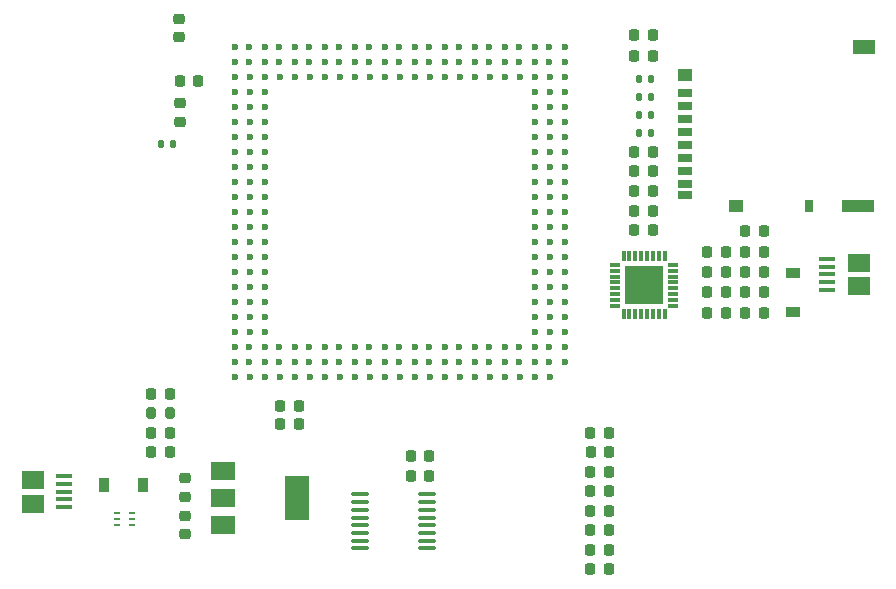
<source format=gbr>
%TF.GenerationSoftware,KiCad,Pcbnew,(6.0.9)*%
%TF.CreationDate,2023-03-02T15:05:35+09:00*%
%TF.ProjectId,mosaicBoard,6d6f7361-6963-4426-9f61-72642e6b6963,rev?*%
%TF.SameCoordinates,PX72eaf20PY14fb180*%
%TF.FileFunction,Paste,Top*%
%TF.FilePolarity,Positive*%
%FSLAX46Y46*%
G04 Gerber Fmt 4.6, Leading zero omitted, Abs format (unit mm)*
G04 Created by KiCad (PCBNEW (6.0.9)) date 2023-03-02 15:05:35*
%MOMM*%
%LPD*%
G01*
G04 APERTURE LIST*
G04 Aperture macros list*
%AMRoundRect*
0 Rectangle with rounded corners*
0 $1 Rounding radius*
0 $2 $3 $4 $5 $6 $7 $8 $9 X,Y pos of 4 corners*
0 Add a 4 corners polygon primitive as box body*
4,1,4,$2,$3,$4,$5,$6,$7,$8,$9,$2,$3,0*
0 Add four circle primitives for the rounded corners*
1,1,$1+$1,$2,$3*
1,1,$1+$1,$4,$5*
1,1,$1+$1,$6,$7*
1,1,$1+$1,$8,$9*
0 Add four rect primitives between the rounded corners*
20,1,$1+$1,$2,$3,$4,$5,0*
20,1,$1+$1,$4,$5,$6,$7,0*
20,1,$1+$1,$6,$7,$8,$9,0*
20,1,$1+$1,$8,$9,$2,$3,0*%
G04 Aperture macros list end*
%ADD10RoundRect,0.218750X-0.256250X0.218750X-0.256250X-0.218750X0.256250X-0.218750X0.256250X0.218750X0*%
%ADD11RoundRect,0.218750X-0.218750X-0.256250X0.218750X-0.256250X0.218750X0.256250X-0.218750X0.256250X0*%
%ADD12RoundRect,0.218750X0.256250X-0.218750X0.256250X0.218750X-0.256250X0.218750X-0.256250X-0.218750X0*%
%ADD13RoundRect,0.218750X0.218750X0.256250X-0.218750X0.256250X-0.218750X-0.256250X0.218750X-0.256250X0*%
%ADD14RoundRect,0.147500X-0.147500X-0.172500X0.147500X-0.172500X0.147500X0.172500X-0.147500X0.172500X0*%
%ADD15R,0.480000X0.200000*%
%ADD16RoundRect,0.147500X0.147500X0.172500X-0.147500X0.172500X-0.147500X-0.172500X0.147500X-0.172500X0*%
%ADD17R,0.900000X1.200000*%
%ADD18C,0.600000*%
%ADD19R,1.350000X0.400000*%
%ADD20R,1.900000X1.500000*%
%ADD21R,2.000000X1.500000*%
%ADD22R,2.000000X3.800000*%
%ADD23RoundRect,0.100000X-0.637500X-0.100000X0.637500X-0.100000X0.637500X0.100000X-0.637500X0.100000X0*%
%ADD24R,0.850000X0.300000*%
%ADD25R,0.300000X0.850000*%
%ADD26R,3.200000X3.200000*%
%ADD27R,1.200000X0.700000*%
%ADD28R,0.800000X1.000000*%
%ADD29R,1.200000X1.000000*%
%ADD30R,1.900000X1.300000*%
%ADD31R,2.800000X1.000000*%
%ADD32R,1.200000X0.900000*%
%ADD33RoundRect,0.200000X-0.200000X-0.275000X0.200000X-0.275000X0.200000X0.275000X-0.200000X0.275000X0*%
G04 APERTURE END LIST*
D10*
%TO.C,C1*%
X14437500Y-46237000D03*
X14437500Y-47812000D03*
%TD*%
D11*
%TO.C,R2*%
X61871900Y-25574200D03*
X63446900Y-25574200D03*
%TD*%
%TO.C,R4*%
X11554500Y-40865000D03*
X13129500Y-40865000D03*
%TD*%
%TO.C,C5*%
X33525000Y-42897000D03*
X35100000Y-42897000D03*
%TD*%
D12*
%TO.C,C2*%
X14437500Y-44637000D03*
X14437500Y-43062000D03*
%TD*%
D11*
%TO.C,C10*%
X61871900Y-22145200D03*
X63446900Y-22145200D03*
%TD*%
%TO.C,C12*%
X61871900Y-23872400D03*
X63446900Y-23872400D03*
%TD*%
%TO.C,C13*%
X58630000Y-27303200D03*
X60205000Y-27303200D03*
%TD*%
%TO.C,C14*%
X48740000Y-47469000D03*
X50315000Y-47469000D03*
%TD*%
%TO.C,C15*%
X58620700Y-25574200D03*
X60195700Y-25574200D03*
%TD*%
%TO.C,C16*%
X48740000Y-45818000D03*
X50315000Y-45818000D03*
%TD*%
D13*
%TO.C,FB1*%
X60195700Y-23872400D03*
X58620700Y-23872400D03*
%TD*%
D11*
%TO.C,R10*%
X48740000Y-44167000D03*
X50315000Y-44167000D03*
%TD*%
%TO.C,R14*%
X61871900Y-29027400D03*
X63446900Y-29027400D03*
%TD*%
D14*
%TO.C,D13*%
X52884000Y-10793500D03*
X53854000Y-10793500D03*
%TD*%
%TO.C,D12*%
X52884000Y-13793500D03*
X53854000Y-13793500D03*
%TD*%
%TO.C,D11*%
X52899000Y-12293500D03*
X53869000Y-12293500D03*
%TD*%
%TO.C,D10*%
X52884000Y-9293500D03*
X53854000Y-9293500D03*
%TD*%
D15*
%TO.C,FL1*%
X9950000Y-47000000D03*
X9950000Y-46500000D03*
X9950000Y-46000000D03*
X8650000Y-46000000D03*
X8650000Y-46500000D03*
X8650000Y-47000000D03*
%TD*%
D10*
%TO.C,L1*%
X13950000Y-4150000D03*
X13950000Y-5725000D03*
%TD*%
%TO.C,L2*%
X13970000Y-11305000D03*
X13970000Y-12880000D03*
%TD*%
D11*
%TO.C,C3*%
X13980000Y-9440000D03*
X15555000Y-9440000D03*
%TD*%
D16*
%TO.C,D9*%
X13370000Y-14750000D03*
X12400000Y-14750000D03*
%TD*%
D11*
%TO.C,C6*%
X22500000Y-36900000D03*
X24075000Y-36900000D03*
%TD*%
%TO.C,C7*%
X22462500Y-38500000D03*
X24037500Y-38500000D03*
%TD*%
D17*
%TO.C,D1*%
X10850000Y-43600000D03*
X7550000Y-43600000D03*
%TD*%
D18*
%TO.C,U1*%
X45300000Y-34470000D03*
X44030000Y-34470000D03*
X42760000Y-34470000D03*
X41490000Y-34470000D03*
X40220000Y-34470000D03*
X38950000Y-34470000D03*
X37680000Y-34470000D03*
X36410000Y-34470000D03*
X35140000Y-34470000D03*
X33870000Y-34470000D03*
X32600000Y-34470000D03*
X31330000Y-34470000D03*
X30060000Y-34470000D03*
X28790000Y-34470000D03*
X27520000Y-34470000D03*
X26250000Y-34470000D03*
X24980000Y-34470000D03*
X23710000Y-34470000D03*
X22440000Y-34470000D03*
X21170000Y-34470000D03*
X19900000Y-34470000D03*
X18630000Y-34470000D03*
X46570000Y-9070000D03*
X45300000Y-9070000D03*
X44030000Y-9070000D03*
X42760000Y-9070000D03*
X41490000Y-9070000D03*
X40220000Y-9070000D03*
X38950000Y-9070000D03*
X37680000Y-9070000D03*
X36410000Y-9070000D03*
X35140000Y-9070000D03*
X33870000Y-9070000D03*
X32600000Y-9070000D03*
X31330000Y-9070000D03*
X30060000Y-9070000D03*
X28790000Y-9070000D03*
X27520000Y-9070000D03*
X26250000Y-9070000D03*
X24980000Y-9070000D03*
X23710000Y-9070000D03*
X22440000Y-9070000D03*
X21170000Y-9070000D03*
X19900000Y-9070000D03*
X18630000Y-9070000D03*
X46570000Y-7800000D03*
X45270000Y-7800000D03*
X44030000Y-7800000D03*
X42730000Y-7800000D03*
X41490000Y-7800000D03*
X40190000Y-7800000D03*
X38950000Y-7800000D03*
X37650000Y-7800000D03*
X36410000Y-7800000D03*
X35110000Y-7800000D03*
X33870000Y-7800000D03*
X32570000Y-7800000D03*
X31330000Y-7800000D03*
X30030000Y-7800000D03*
X28790000Y-7800000D03*
X27490000Y-7800000D03*
X26250000Y-7800000D03*
X24950000Y-7800000D03*
X23710000Y-7800000D03*
X22410000Y-7800000D03*
X21170000Y-7800000D03*
X19870000Y-7800000D03*
X18630000Y-7800000D03*
X46570000Y-6530000D03*
X45270000Y-6530000D03*
X44030000Y-6530000D03*
X42730000Y-6530000D03*
X41490000Y-6530000D03*
X40190000Y-6530000D03*
X38950000Y-6530000D03*
X37650000Y-6530000D03*
X36410000Y-6530000D03*
X35110000Y-6530000D03*
X33870000Y-6530000D03*
X32570000Y-6530000D03*
X31330000Y-6530000D03*
X30030000Y-6530000D03*
X28790000Y-6530000D03*
X27490000Y-6530000D03*
X26250000Y-6530000D03*
X24950000Y-6530000D03*
X23710000Y-6530000D03*
X22410000Y-6530000D03*
X21170000Y-6530000D03*
X19870000Y-6530000D03*
X18630000Y-6530000D03*
X46570000Y-33200000D03*
X45270000Y-33200000D03*
X44030000Y-33200000D03*
X42730000Y-33200000D03*
X41490000Y-33200000D03*
X40190000Y-33200000D03*
X38950000Y-33200000D03*
X37650000Y-33200000D03*
X36410000Y-33200000D03*
X35110000Y-33200000D03*
X33870000Y-33200000D03*
X32570000Y-33200000D03*
X31330000Y-33200000D03*
X30030000Y-33200000D03*
X28790000Y-33200000D03*
X27490000Y-33200000D03*
X26250000Y-33200000D03*
X24950000Y-33200000D03*
X23710000Y-33200000D03*
X22410000Y-33200000D03*
X21170000Y-33200000D03*
X19870000Y-33200000D03*
X18630000Y-33200000D03*
X46570000Y-31930000D03*
X45270000Y-31930000D03*
X44030000Y-31930000D03*
X42730000Y-31930000D03*
X41490000Y-31930000D03*
X40190000Y-31930000D03*
X38950000Y-31930000D03*
X37650000Y-31930000D03*
X36410000Y-31930000D03*
X35110000Y-31930000D03*
X33870000Y-31930000D03*
X32570000Y-31930000D03*
X31330000Y-31930000D03*
X30030000Y-31930000D03*
X28790000Y-31930000D03*
X27490000Y-31930000D03*
X26250000Y-31930000D03*
X24950000Y-31930000D03*
X23710000Y-31930000D03*
X22410000Y-31930000D03*
X21170000Y-31930000D03*
X19870000Y-31930000D03*
X18630000Y-31930000D03*
X46570000Y-30660000D03*
X45300000Y-30660000D03*
X44030000Y-30660000D03*
X21170000Y-30660000D03*
X19900000Y-30660000D03*
X18630000Y-30660000D03*
X46570000Y-29390000D03*
X45300000Y-29390000D03*
X44030000Y-29390000D03*
X21170000Y-29390000D03*
X19900000Y-29390000D03*
X18630000Y-29390000D03*
X46570000Y-28120000D03*
X45300000Y-28120000D03*
X44030000Y-28120000D03*
X21170000Y-28120000D03*
X19900000Y-28120000D03*
X18630000Y-28120000D03*
X46570000Y-26850000D03*
X45300000Y-26850000D03*
X44030000Y-26850000D03*
X21170000Y-26850000D03*
X19900000Y-26850000D03*
X18630000Y-26850000D03*
X46570000Y-25580000D03*
X45300000Y-25580000D03*
X44030000Y-25580000D03*
X21170000Y-25580000D03*
X19900000Y-25580000D03*
X18630000Y-25580000D03*
X46570000Y-24310000D03*
X45300000Y-24310000D03*
X44030000Y-24310000D03*
X21170000Y-24310000D03*
X19900000Y-24310000D03*
X18630000Y-24310000D03*
X46570000Y-23040000D03*
X45300000Y-23040000D03*
X44030000Y-23040000D03*
X21170000Y-23040000D03*
X19900000Y-23040000D03*
X18630000Y-23040000D03*
X46570000Y-21770000D03*
X45300000Y-21770000D03*
X44030000Y-21770000D03*
X21170000Y-21770000D03*
X19900000Y-21770000D03*
X18630000Y-21770000D03*
X46570000Y-20500000D03*
X45300000Y-20500000D03*
X44030000Y-20500000D03*
X21170000Y-20500000D03*
X19900000Y-20500000D03*
X18630000Y-20500000D03*
X46570000Y-19230000D03*
X45300000Y-19230000D03*
X44030000Y-19230000D03*
X21170000Y-19230000D03*
X19900000Y-19230000D03*
X18630000Y-19230000D03*
X46570000Y-17960000D03*
X45300000Y-17960000D03*
X44030000Y-17960000D03*
X21170000Y-17960000D03*
X19900000Y-17960000D03*
X18630000Y-17960000D03*
X46570000Y-16690000D03*
X45300000Y-16690000D03*
X44030000Y-16690000D03*
X21170000Y-16690000D03*
X19900000Y-16690000D03*
X18630000Y-16690000D03*
X46570000Y-15420000D03*
X45300000Y-15420000D03*
X44030000Y-15420000D03*
X21170000Y-15420000D03*
X19900000Y-15420000D03*
X18630000Y-15420000D03*
X46570000Y-14150000D03*
X45300000Y-14150000D03*
X44030000Y-14150000D03*
X21170000Y-14150000D03*
X19900000Y-14150000D03*
X18630000Y-14150000D03*
X46570000Y-12880000D03*
X45300000Y-12880000D03*
X44030000Y-12880000D03*
X21170000Y-12880000D03*
X19900000Y-12880000D03*
X18630000Y-12880000D03*
X46570000Y-11610000D03*
X45300000Y-11610000D03*
X44030000Y-11610000D03*
X21170000Y-11610000D03*
X19900000Y-11610000D03*
X18630000Y-11610000D03*
X46570000Y-10340000D03*
X45300000Y-10340000D03*
X44030000Y-10340000D03*
X21170000Y-10340000D03*
X19900000Y-10340000D03*
X18630000Y-10340000D03*
%TD*%
D19*
%TO.C,J10*%
X68791500Y-27100000D03*
X68791500Y-26450000D03*
X68791500Y-25800000D03*
X68791500Y-25150000D03*
X68791500Y-24500000D03*
D20*
X71491500Y-24800000D03*
X71491500Y-26800000D03*
%TD*%
D21*
%TO.C,U2*%
X17599000Y-42438500D03*
X17599000Y-44738500D03*
X17599000Y-47038500D03*
D22*
X23899000Y-44738500D03*
%TD*%
D23*
%TO.C,U3*%
X29228000Y-44432000D03*
X29228000Y-45082000D03*
X29228000Y-45732000D03*
X29228000Y-46382000D03*
X29228000Y-47032000D03*
X29228000Y-47682000D03*
X29228000Y-48332000D03*
X29228000Y-48982000D03*
X34953000Y-48982000D03*
X34953000Y-48332000D03*
X34953000Y-47682000D03*
X34953000Y-47032000D03*
X34953000Y-46382000D03*
X34953000Y-45732000D03*
X34953000Y-45082000D03*
X34953000Y-44432000D03*
%TD*%
D11*
%TO.C,C4*%
X33525000Y-41200000D03*
X35100000Y-41200000D03*
%TD*%
D24*
%TO.C,IC1*%
X55749500Y-28481000D03*
X55749500Y-27981000D03*
X55749500Y-27481000D03*
X55749500Y-26981000D03*
X55749500Y-26481000D03*
X55749500Y-25981000D03*
X55749500Y-25481000D03*
X55749500Y-24981000D03*
D25*
X55049500Y-24281000D03*
X54549500Y-24281000D03*
X54049500Y-24281000D03*
X53549500Y-24281000D03*
X53049500Y-24281000D03*
X52549500Y-24281000D03*
X52049500Y-24281000D03*
X51549500Y-24281000D03*
D24*
X50849500Y-24981000D03*
X50849500Y-25481000D03*
X50849500Y-25981000D03*
X50849500Y-26481000D03*
X50849500Y-26981000D03*
X50849500Y-27481000D03*
X50849500Y-27981000D03*
X50849500Y-28481000D03*
D25*
X51549500Y-29181000D03*
X52049500Y-29181000D03*
X52549500Y-29181000D03*
X53049500Y-29181000D03*
X53549500Y-29181000D03*
X54049500Y-29181000D03*
X54549500Y-29181000D03*
X55049500Y-29181000D03*
D26*
X53299500Y-26731000D03*
%TD*%
D13*
%TO.C,C9*%
X50315000Y-49120000D03*
X48740000Y-49120000D03*
%TD*%
%TO.C,C11*%
X50315000Y-50771000D03*
X48740000Y-50771000D03*
%TD*%
D11*
%TO.C,R3*%
X48740000Y-39214000D03*
X50315000Y-39214000D03*
%TD*%
%TO.C,R8*%
X48765500Y-40865000D03*
X50340500Y-40865000D03*
%TD*%
%TO.C,R9*%
X48740000Y-42516000D03*
X50315000Y-42516000D03*
%TD*%
%TO.C,C19*%
X52444000Y-15428500D03*
X54019000Y-15428500D03*
%TD*%
D13*
%TO.C,C17*%
X54030500Y-20399700D03*
X52455500Y-20399700D03*
%TD*%
D11*
%TO.C,C18*%
X52444000Y-17079500D03*
X54019000Y-17079500D03*
%TD*%
%TO.C,R13*%
X52444000Y-18730500D03*
X54019000Y-18730500D03*
%TD*%
%TO.C,R12*%
X52458000Y-22069000D03*
X54033000Y-22069000D03*
%TD*%
D19*
%TO.C,J3*%
X4216000Y-42900000D03*
X4216000Y-43550000D03*
X4216000Y-44200000D03*
X4216000Y-44850000D03*
X4216000Y-45500000D03*
D20*
X1516000Y-45200000D03*
X1516000Y-43200000D03*
%TD*%
D13*
%TO.C,R7*%
X13129500Y-35912000D03*
X11554500Y-35912000D03*
%TD*%
D11*
%TO.C,R5*%
X11554500Y-39214000D03*
X13129500Y-39214000D03*
%TD*%
D27*
%TO.C,J8*%
X56775000Y-10425000D03*
X56775000Y-11525000D03*
X56775000Y-12625000D03*
X56775000Y-13725000D03*
X56775000Y-14825000D03*
X56775000Y-15925000D03*
X56775000Y-17025000D03*
X56775000Y-18125000D03*
X56775000Y-19075000D03*
D28*
X67275000Y-20025000D03*
D29*
X61075000Y-20025000D03*
D30*
X71875000Y-6525000D03*
D29*
X56775000Y-8875000D03*
D31*
X71425000Y-20025000D03*
%TD*%
D32*
%TO.C,D2*%
X65936000Y-25650000D03*
X65936000Y-28950000D03*
%TD*%
D13*
%TO.C,R11*%
X60212500Y-29027400D03*
X58637500Y-29027400D03*
%TD*%
D11*
%TO.C,R1*%
X61871900Y-27301400D03*
X63446900Y-27301400D03*
%TD*%
D13*
%TO.C,R6*%
X54006500Y-7293500D03*
X52431500Y-7293500D03*
%TD*%
D11*
%TO.C,C8*%
X52431500Y-5543500D03*
X54006500Y-5543500D03*
%TD*%
D33*
%TO.C,R15*%
X11517000Y-37563000D03*
X13167000Y-37563000D03*
%TD*%
M02*

</source>
